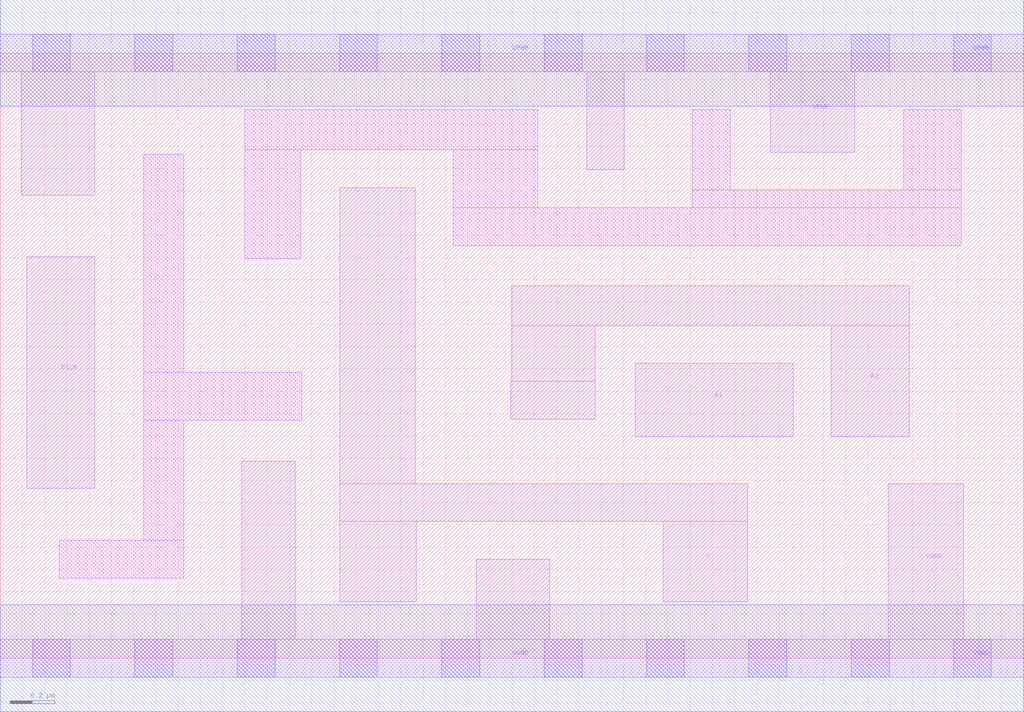
<source format=lef>
# Copyright 2020 The SkyWater PDK Authors
#
# Licensed under the Apache License, Version 2.0 (the "License");
# you may not use this file except in compliance with the License.
# You may obtain a copy of the License at
#
#     https://www.apache.org/licenses/LICENSE-2.0
#
# Unless required by applicable law or agreed to in writing, software
# distributed under the License is distributed on an "AS IS" BASIS,
# WITHOUT WARRANTIES OR CONDITIONS OF ANY KIND, either express or implied.
# See the License for the specific language governing permissions and
# limitations under the License.
#
# SPDX-License-Identifier: Apache-2.0

VERSION 5.7 ;
  NAMESCASESENSITIVE ON ;
  NOWIREEXTENSIONATPIN ON ;
  DIVIDERCHAR "/" ;
  BUSBITCHARS "[]" ;
UNITS
  DATABASE MICRONS 200 ;
END UNITS
PROPERTYDEFINITIONS
  MACRO maskLayoutSubType STRING ;
  MACRO prCellType STRING ;
  MACRO originalViewName STRING ;
END PROPERTYDEFINITIONS
MACRO sky130_fd_sc_hdll__a21boi_2
  CLASS CORE ;
  FOREIGN sky130_fd_sc_hdll__a21boi_2 ;
  ORIGIN  0.000000  0.000000 ;
  SIZE  4.600000 BY  2.720000 ;
  SYMMETRY X Y R90 ;
  SITE unithd ;
  PIN A1
    ANTENNAGATEAREA  0.555000 ;
    DIRECTION INPUT ;
    USE SIGNAL ;
    PORT
      LAYER li1 ;
        RECT 2.855000 0.995000 3.565000 1.325000 ;
    END
  END A1
  PIN A2
    ANTENNAGATEAREA  0.555000 ;
    DIRECTION INPUT ;
    USE SIGNAL ;
    PORT
      LAYER li1 ;
        RECT 2.295000 1.075000 2.675000 1.245000 ;
        RECT 2.300000 1.245000 2.675000 1.495000 ;
        RECT 2.300000 1.495000 4.085000 1.675000 ;
        RECT 3.735000 0.995000 4.085000 1.495000 ;
    END
  END A2
  PIN B1_N
    ANTENNAGATEAREA  0.138600 ;
    DIRECTION INPUT ;
    USE SIGNAL ;
    PORT
      LAYER li1 ;
        RECT 0.120000 0.765000 0.425000 1.805000 ;
    END
  END B1_N
  PIN VGND
    ANTENNADIFFAREA  0.884500 ;
    DIRECTION INOUT ;
    USE SIGNAL ;
    PORT
      LAYER li1 ;
        RECT 0.000000 -0.085000 4.600000 0.085000 ;
        RECT 1.085000  0.085000 1.325000 0.885000 ;
        RECT 2.140000  0.085000 2.470000 0.445000 ;
        RECT 3.990000  0.085000 4.330000 0.785000 ;
      LAYER mcon ;
        RECT 0.145000 -0.085000 0.315000 0.085000 ;
        RECT 0.605000 -0.085000 0.775000 0.085000 ;
        RECT 1.065000 -0.085000 1.235000 0.085000 ;
        RECT 1.525000 -0.085000 1.695000 0.085000 ;
        RECT 1.985000 -0.085000 2.155000 0.085000 ;
        RECT 2.445000 -0.085000 2.615000 0.085000 ;
        RECT 2.905000 -0.085000 3.075000 0.085000 ;
        RECT 3.365000 -0.085000 3.535000 0.085000 ;
        RECT 3.825000 -0.085000 3.995000 0.085000 ;
        RECT 4.285000 -0.085000 4.455000 0.085000 ;
      LAYER met1 ;
        RECT 0.000000 -0.240000 4.600000 0.240000 ;
    END
  END VGND
  PIN VPWR
    ANTENNADIFFAREA  0.705500 ;
    DIRECTION INOUT ;
    USE SIGNAL ;
    PORT
      LAYER li1 ;
        RECT 0.000000 2.635000 4.600000 2.805000 ;
        RECT 0.095000 2.080000 0.425000 2.635000 ;
        RECT 2.635000 2.195000 2.805000 2.635000 ;
        RECT 3.460000 2.275000 3.840000 2.635000 ;
      LAYER mcon ;
        RECT 0.145000 2.635000 0.315000 2.805000 ;
        RECT 0.605000 2.635000 0.775000 2.805000 ;
        RECT 1.065000 2.635000 1.235000 2.805000 ;
        RECT 1.525000 2.635000 1.695000 2.805000 ;
        RECT 1.985000 2.635000 2.155000 2.805000 ;
        RECT 2.445000 2.635000 2.615000 2.805000 ;
        RECT 2.905000 2.635000 3.075000 2.805000 ;
        RECT 3.365000 2.635000 3.535000 2.805000 ;
        RECT 3.825000 2.635000 3.995000 2.805000 ;
        RECT 4.285000 2.635000 4.455000 2.805000 ;
      LAYER met1 ;
        RECT 0.000000 2.480000 4.600000 2.960000 ;
    END
  END VPWR
  PIN Y
    ANTENNADIFFAREA  0.712500 ;
    DIRECTION OUTPUT ;
    USE SIGNAL ;
    PORT
      LAYER li1 ;
        RECT 1.525000 0.255000 1.870000 0.615000 ;
        RECT 1.525000 0.615000 3.360000 0.785000 ;
        RECT 1.525000 0.785000 1.865000 2.115000 ;
        RECT 2.980000 0.255000 3.360000 0.615000 ;
    END
  END Y
  OBS
    LAYER li1 ;
      RECT 0.265000 0.360000 0.825000 0.530000 ;
      RECT 0.645000 0.530000 0.825000 1.070000 ;
      RECT 0.645000 1.070000 1.355000 1.285000 ;
      RECT 0.645000 1.285000 0.825000 2.265000 ;
      RECT 1.100000 1.795000 1.350000 2.285000 ;
      RECT 1.100000 2.285000 2.415000 2.465000 ;
      RECT 2.035000 1.855000 4.320000 2.025000 ;
      RECT 2.035000 2.025000 2.415000 2.285000 ;
      RECT 3.110000 2.025000 4.320000 2.105000 ;
      RECT 3.110000 2.105000 3.280000 2.465000 ;
      RECT 4.060000 2.105000 4.320000 2.465000 ;
  END
  PROPERTY maskLayoutSubType "abstract" ;
  PROPERTY prCellType "standard" ;
  PROPERTY originalViewName "layout" ;
END sky130_fd_sc_hdll__a21boi_2

</source>
